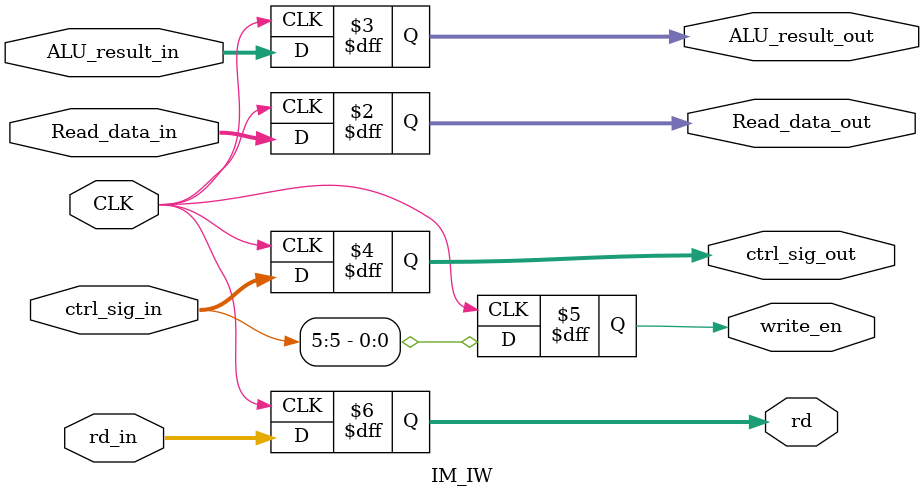
<source format=v>
`timescale 1ns / 1ps
module IM_IW(CLK,Read_data_in,ALU_result_in,ctrl_sig_in,rd_in,Read_data_out,ALU_result_out,ctrl_sig_out,write_en,rd);
input [31:0] Read_data_in,ALU_result_in;
input [8:0] ctrl_sig_in;
input CLK;
input [4:0] rd_in;
output reg[31:0] Read_data_out,ALU_result_out;
output reg[8:0] ctrl_sig_out;
output reg write_en;
output reg [4:0] rd;
always@(posedge CLK)
	if(CLK)
	begin
		Read_data_out <= Read_data_in;
		ALU_result_out <= ALU_result_in;
		ctrl_sig_out <= ctrl_sig_in;
		write_en <= ctrl_sig_in[5];
		rd <= rd_in;
	end
endmodule

</source>
